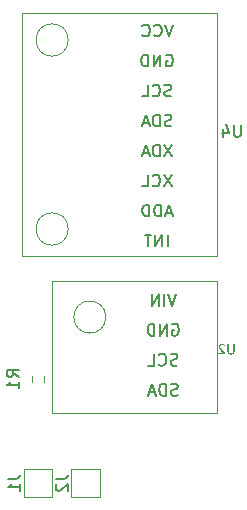
<source format=gbr>
%TF.GenerationSoftware,KiCad,Pcbnew,7.0.1*%
%TF.CreationDate,2023-04-05T12:26:27+02:00*%
%TF.ProjectId,STS,5354532e-6b69-4636-9164-5f7063625858,rev?*%
%TF.SameCoordinates,Original*%
%TF.FileFunction,Legend,Bot*%
%TF.FilePolarity,Positive*%
%FSLAX46Y46*%
G04 Gerber Fmt 4.6, Leading zero omitted, Abs format (unit mm)*
G04 Created by KiCad (PCBNEW 7.0.1) date 2023-04-05 12:26:27*
%MOMM*%
%LPD*%
G01*
G04 APERTURE LIST*
%ADD10C,0.150000*%
%ADD11C,0.120000*%
G04 APERTURE END LIST*
D10*
%TO.C,U2*%
G36*
X139129608Y-97157009D02*
G01*
X139129793Y-97170719D01*
X139130347Y-97184189D01*
X139131270Y-97197418D01*
X139132562Y-97210407D01*
X139134224Y-97223155D01*
X139136254Y-97235663D01*
X139138654Y-97247931D01*
X139141423Y-97259958D01*
X139144562Y-97271744D01*
X139148070Y-97283290D01*
X139150613Y-97290854D01*
X139154680Y-97301918D01*
X139159094Y-97312667D01*
X139163856Y-97323104D01*
X139168966Y-97333227D01*
X139174423Y-97343036D01*
X139180229Y-97352532D01*
X139186382Y-97361715D01*
X139192882Y-97370584D01*
X139199731Y-97379140D01*
X139206927Y-97387383D01*
X139211918Y-97392704D01*
X139219681Y-97400413D01*
X139227766Y-97407788D01*
X139236173Y-97414827D01*
X139244902Y-97421532D01*
X139253953Y-97427902D01*
X139263326Y-97433937D01*
X139273021Y-97439637D01*
X139283039Y-97445002D01*
X139293378Y-97450032D01*
X139304039Y-97454728D01*
X139311325Y-97457672D01*
X139322470Y-97461775D01*
X139333925Y-97465475D01*
X139345689Y-97468770D01*
X139357762Y-97471663D01*
X139370144Y-97474151D01*
X139382835Y-97476237D01*
X139395835Y-97477918D01*
X139409144Y-97479196D01*
X139422763Y-97480071D01*
X139436690Y-97480541D01*
X139446147Y-97480631D01*
X139456549Y-97480546D01*
X139466751Y-97480291D01*
X139476753Y-97479867D01*
X139486554Y-97479272D01*
X139500880Y-97478062D01*
X139514755Y-97476470D01*
X139528180Y-97474496D01*
X139541154Y-97472140D01*
X139553677Y-97469401D01*
X139565749Y-97466281D01*
X139577370Y-97462778D01*
X139588541Y-97458893D01*
X139599297Y-97454613D01*
X139609675Y-97450015D01*
X139619676Y-97445099D01*
X139629299Y-97439865D01*
X139638544Y-97434314D01*
X139647411Y-97428445D01*
X139655900Y-97422258D01*
X139664012Y-97415754D01*
X139671745Y-97408932D01*
X139679101Y-97401792D01*
X139683795Y-97396856D01*
X139690491Y-97389204D01*
X139696838Y-97381268D01*
X139702838Y-97373049D01*
X139708490Y-97364547D01*
X139713795Y-97355761D01*
X139718752Y-97346692D01*
X139723360Y-97337340D01*
X139727622Y-97327704D01*
X139731535Y-97317785D01*
X139735101Y-97307583D01*
X139737284Y-97300624D01*
X139740253Y-97289979D01*
X139742929Y-97279112D01*
X139745313Y-97268021D01*
X139747405Y-97256706D01*
X139749206Y-97245169D01*
X139750714Y-97233408D01*
X139751930Y-97221424D01*
X139752855Y-97209216D01*
X139753487Y-97196786D01*
X139753828Y-97184132D01*
X139753893Y-97175572D01*
X139753893Y-96574002D01*
X139631772Y-96574002D01*
X139631772Y-97166046D01*
X139631684Y-97175824D01*
X139631292Y-97188508D01*
X139630588Y-97200787D01*
X139629571Y-97212661D01*
X139628241Y-97224131D01*
X139626598Y-97235196D01*
X139624642Y-97245857D01*
X139622374Y-97256113D01*
X139621758Y-97258614D01*
X139619059Y-97268308D01*
X139615972Y-97277604D01*
X139611565Y-97288667D01*
X139606551Y-97299109D01*
X139600928Y-97308931D01*
X139594696Y-97318133D01*
X139589273Y-97325048D01*
X139581847Y-97333052D01*
X139573765Y-97340423D01*
X139565027Y-97347163D01*
X139555633Y-97353270D01*
X139545583Y-97358745D01*
X139534877Y-97363588D01*
X139530411Y-97365348D01*
X139521126Y-97368554D01*
X139511345Y-97371332D01*
X139501067Y-97373683D01*
X139490294Y-97375607D01*
X139479024Y-97377103D01*
X139467259Y-97378171D01*
X139454997Y-97378812D01*
X139442239Y-97379026D01*
X139430227Y-97378807D01*
X139418616Y-97378148D01*
X139407406Y-97377051D01*
X139396596Y-97375515D01*
X139386187Y-97373540D01*
X139376179Y-97371126D01*
X139366571Y-97368274D01*
X139357365Y-97364982D01*
X139344306Y-97359222D01*
X139332149Y-97352474D01*
X139320893Y-97344739D01*
X139310539Y-97336016D01*
X139301086Y-97326306D01*
X139298136Y-97322850D01*
X139289843Y-97311916D01*
X139282365Y-97300179D01*
X139275703Y-97287638D01*
X139269857Y-97274295D01*
X139266413Y-97264954D01*
X139263331Y-97255256D01*
X139260612Y-97245201D01*
X139258256Y-97234789D01*
X139256262Y-97224021D01*
X139254630Y-97212895D01*
X139253361Y-97201413D01*
X139252455Y-97189574D01*
X139251911Y-97177378D01*
X139251730Y-97164825D01*
X139251730Y-96574002D01*
X139129608Y-96574002D01*
X139129608Y-97157009D01*
G37*
G36*
X138367571Y-97465000D02*
G01*
X138959127Y-97465000D01*
X138959127Y-97358510D01*
X138726852Y-97128433D01*
X138719792Y-97121470D01*
X138709516Y-97111248D01*
X138699619Y-97101291D01*
X138690099Y-97091601D01*
X138680957Y-97082177D01*
X138672193Y-97073020D01*
X138663807Y-97064128D01*
X138655798Y-97055503D01*
X138648167Y-97047144D01*
X138640915Y-97039051D01*
X138634039Y-97031224D01*
X138627493Y-97023593D01*
X138621225Y-97016086D01*
X138613303Y-97006270D01*
X138605876Y-96996676D01*
X138598946Y-96987303D01*
X138592512Y-96978152D01*
X138586573Y-96969222D01*
X138581131Y-96960513D01*
X138578596Y-96956242D01*
X138572660Y-96945728D01*
X138567367Y-96935405D01*
X138562718Y-96925272D01*
X138558713Y-96915331D01*
X138555353Y-96905580D01*
X138552636Y-96896021D01*
X138551730Y-96892250D01*
X138549406Y-96880813D01*
X138547836Y-96871019D01*
X138546601Y-96860987D01*
X138545699Y-96850716D01*
X138545131Y-96840207D01*
X138544898Y-96829460D01*
X138544891Y-96827281D01*
X138545111Y-96817125D01*
X138545773Y-96807112D01*
X138546877Y-96797242D01*
X138548421Y-96787516D01*
X138550407Y-96777932D01*
X138553372Y-96766620D01*
X138553928Y-96764755D01*
X138557569Y-96753839D01*
X138561896Y-96743437D01*
X138566911Y-96733551D01*
X138572612Y-96724180D01*
X138579001Y-96715325D01*
X138581283Y-96712487D01*
X138588630Y-96704313D01*
X138596750Y-96696825D01*
X138605643Y-96690025D01*
X138615309Y-96683911D01*
X138623954Y-96679341D01*
X138629399Y-96676828D01*
X138638850Y-96673099D01*
X138648886Y-96670001D01*
X138659506Y-96667536D01*
X138670710Y-96665703D01*
X138682499Y-96664502D01*
X138692351Y-96663997D01*
X138699985Y-96663883D01*
X138710609Y-96664113D01*
X138721048Y-96664802D01*
X138731303Y-96665950D01*
X138741373Y-96667558D01*
X138751258Y-96669625D01*
X138760959Y-96672152D01*
X138770475Y-96675138D01*
X138779807Y-96678583D01*
X138788954Y-96682488D01*
X138797916Y-96686852D01*
X138803788Y-96690017D01*
X138812469Y-96695052D01*
X138821016Y-96700358D01*
X138829430Y-96705934D01*
X138837711Y-96711781D01*
X138845859Y-96717899D01*
X138853874Y-96724286D01*
X138861756Y-96730945D01*
X138869505Y-96737873D01*
X138877121Y-96745072D01*
X138884603Y-96752542D01*
X138889518Y-96757672D01*
X138955463Y-96677805D01*
X138945802Y-96667829D01*
X138935871Y-96658236D01*
X138925670Y-96649024D01*
X138915197Y-96640195D01*
X138904455Y-96631748D01*
X138893442Y-96623683D01*
X138882158Y-96616000D01*
X138870604Y-96608699D01*
X138858779Y-96601781D01*
X138846684Y-96595244D01*
X138838471Y-96591099D01*
X138825869Y-96585250D01*
X138812885Y-96579976D01*
X138799520Y-96575278D01*
X138785772Y-96571155D01*
X138771641Y-96567607D01*
X138762009Y-96565561D01*
X138752207Y-96563772D01*
X138742235Y-96562237D01*
X138732093Y-96560959D01*
X138721782Y-96559936D01*
X138711300Y-96559169D01*
X138700649Y-96558658D01*
X138689828Y-96558402D01*
X138684354Y-96558370D01*
X138673228Y-96558527D01*
X138662292Y-96558997D01*
X138651544Y-96559780D01*
X138640985Y-96560877D01*
X138630615Y-96562288D01*
X138620434Y-96564011D01*
X138610442Y-96566049D01*
X138600639Y-96568399D01*
X138591025Y-96571063D01*
X138581600Y-96574041D01*
X138575421Y-96576200D01*
X138563358Y-96580901D01*
X138551714Y-96586092D01*
X138540491Y-96591770D01*
X138529687Y-96597937D01*
X138519303Y-96604593D01*
X138509338Y-96611737D01*
X138499794Y-96619370D01*
X138490669Y-96627491D01*
X138481949Y-96636093D01*
X138473740Y-96645168D01*
X138466042Y-96654716D01*
X138458856Y-96664738D01*
X138452182Y-96675233D01*
X138446018Y-96686201D01*
X138440366Y-96697642D01*
X138435226Y-96709556D01*
X138431734Y-96718779D01*
X138428585Y-96728221D01*
X138425780Y-96737882D01*
X138423319Y-96747761D01*
X138421201Y-96757860D01*
X138419426Y-96768178D01*
X138417995Y-96778714D01*
X138416908Y-96789470D01*
X138416163Y-96800444D01*
X138415763Y-96811637D01*
X138415686Y-96819221D01*
X138415900Y-96831930D01*
X138416541Y-96844409D01*
X138417610Y-96856659D01*
X138419106Y-96868681D01*
X138421029Y-96880473D01*
X138423380Y-96892036D01*
X138426158Y-96903371D01*
X138429364Y-96914476D01*
X138433005Y-96925402D01*
X138437088Y-96936321D01*
X138441614Y-96947231D01*
X138446583Y-96958135D01*
X138451995Y-96969030D01*
X138457849Y-96979918D01*
X138464146Y-96990798D01*
X138470885Y-97001671D01*
X138476233Y-97009850D01*
X138481833Y-97018086D01*
X138487687Y-97026377D01*
X138493794Y-97034724D01*
X138500155Y-97043127D01*
X138506769Y-97051585D01*
X138513636Y-97060099D01*
X138520757Y-97068670D01*
X138528130Y-97077296D01*
X138535758Y-97085978D01*
X138540983Y-97091796D01*
X138549041Y-97100577D01*
X138557369Y-97109516D01*
X138565968Y-97118615D01*
X138574837Y-97127872D01*
X138583977Y-97137288D01*
X138593387Y-97146863D01*
X138603068Y-97156596D01*
X138613019Y-97166489D01*
X138623241Y-97176540D01*
X138633733Y-97186751D01*
X138640878Y-97193646D01*
X138803788Y-97351671D01*
X138367571Y-97351671D01*
X138367571Y-97465000D01*
G37*
X134903475Y-98358000D02*
X134760618Y-98405619D01*
X134760618Y-98405619D02*
X134522523Y-98405619D01*
X134522523Y-98405619D02*
X134427285Y-98358000D01*
X134427285Y-98358000D02*
X134379666Y-98310380D01*
X134379666Y-98310380D02*
X134332047Y-98215142D01*
X134332047Y-98215142D02*
X134332047Y-98119904D01*
X134332047Y-98119904D02*
X134379666Y-98024666D01*
X134379666Y-98024666D02*
X134427285Y-97977047D01*
X134427285Y-97977047D02*
X134522523Y-97929428D01*
X134522523Y-97929428D02*
X134712999Y-97881809D01*
X134712999Y-97881809D02*
X134808237Y-97834190D01*
X134808237Y-97834190D02*
X134855856Y-97786571D01*
X134855856Y-97786571D02*
X134903475Y-97691333D01*
X134903475Y-97691333D02*
X134903475Y-97596095D01*
X134903475Y-97596095D02*
X134855856Y-97500857D01*
X134855856Y-97500857D02*
X134808237Y-97453238D01*
X134808237Y-97453238D02*
X134712999Y-97405619D01*
X134712999Y-97405619D02*
X134474904Y-97405619D01*
X134474904Y-97405619D02*
X134332047Y-97453238D01*
X133332047Y-98310380D02*
X133379666Y-98358000D01*
X133379666Y-98358000D02*
X133522523Y-98405619D01*
X133522523Y-98405619D02*
X133617761Y-98405619D01*
X133617761Y-98405619D02*
X133760618Y-98358000D01*
X133760618Y-98358000D02*
X133855856Y-98262761D01*
X133855856Y-98262761D02*
X133903475Y-98167523D01*
X133903475Y-98167523D02*
X133951094Y-97977047D01*
X133951094Y-97977047D02*
X133951094Y-97834190D01*
X133951094Y-97834190D02*
X133903475Y-97643714D01*
X133903475Y-97643714D02*
X133855856Y-97548476D01*
X133855856Y-97548476D02*
X133760618Y-97453238D01*
X133760618Y-97453238D02*
X133617761Y-97405619D01*
X133617761Y-97405619D02*
X133522523Y-97405619D01*
X133522523Y-97405619D02*
X133379666Y-97453238D01*
X133379666Y-97453238D02*
X133332047Y-97500857D01*
X132427285Y-98405619D02*
X132903475Y-98405619D01*
X132903475Y-98405619D02*
X132903475Y-97405619D01*
X134474904Y-94913238D02*
X134570142Y-94865619D01*
X134570142Y-94865619D02*
X134712999Y-94865619D01*
X134712999Y-94865619D02*
X134855856Y-94913238D01*
X134855856Y-94913238D02*
X134951094Y-95008476D01*
X134951094Y-95008476D02*
X134998713Y-95103714D01*
X134998713Y-95103714D02*
X135046332Y-95294190D01*
X135046332Y-95294190D02*
X135046332Y-95437047D01*
X135046332Y-95437047D02*
X134998713Y-95627523D01*
X134998713Y-95627523D02*
X134951094Y-95722761D01*
X134951094Y-95722761D02*
X134855856Y-95818000D01*
X134855856Y-95818000D02*
X134712999Y-95865619D01*
X134712999Y-95865619D02*
X134617761Y-95865619D01*
X134617761Y-95865619D02*
X134474904Y-95818000D01*
X134474904Y-95818000D02*
X134427285Y-95770380D01*
X134427285Y-95770380D02*
X134427285Y-95437047D01*
X134427285Y-95437047D02*
X134617761Y-95437047D01*
X133998713Y-95865619D02*
X133998713Y-94865619D01*
X133998713Y-94865619D02*
X133427285Y-95865619D01*
X133427285Y-95865619D02*
X133427285Y-94865619D01*
X132951094Y-95865619D02*
X132951094Y-94865619D01*
X132951094Y-94865619D02*
X132712999Y-94865619D01*
X132712999Y-94865619D02*
X132570142Y-94913238D01*
X132570142Y-94913238D02*
X132474904Y-95008476D01*
X132474904Y-95008476D02*
X132427285Y-95103714D01*
X132427285Y-95103714D02*
X132379666Y-95294190D01*
X132379666Y-95294190D02*
X132379666Y-95437047D01*
X132379666Y-95437047D02*
X132427285Y-95627523D01*
X132427285Y-95627523D02*
X132474904Y-95722761D01*
X132474904Y-95722761D02*
X132570142Y-95818000D01*
X132570142Y-95818000D02*
X132712999Y-95865619D01*
X132712999Y-95865619D02*
X132951094Y-95865619D01*
X134927285Y-100898000D02*
X134784428Y-100945619D01*
X134784428Y-100945619D02*
X134546333Y-100945619D01*
X134546333Y-100945619D02*
X134451095Y-100898000D01*
X134451095Y-100898000D02*
X134403476Y-100850380D01*
X134403476Y-100850380D02*
X134355857Y-100755142D01*
X134355857Y-100755142D02*
X134355857Y-100659904D01*
X134355857Y-100659904D02*
X134403476Y-100564666D01*
X134403476Y-100564666D02*
X134451095Y-100517047D01*
X134451095Y-100517047D02*
X134546333Y-100469428D01*
X134546333Y-100469428D02*
X134736809Y-100421809D01*
X134736809Y-100421809D02*
X134832047Y-100374190D01*
X134832047Y-100374190D02*
X134879666Y-100326571D01*
X134879666Y-100326571D02*
X134927285Y-100231333D01*
X134927285Y-100231333D02*
X134927285Y-100136095D01*
X134927285Y-100136095D02*
X134879666Y-100040857D01*
X134879666Y-100040857D02*
X134832047Y-99993238D01*
X134832047Y-99993238D02*
X134736809Y-99945619D01*
X134736809Y-99945619D02*
X134498714Y-99945619D01*
X134498714Y-99945619D02*
X134355857Y-99993238D01*
X133927285Y-100945619D02*
X133927285Y-99945619D01*
X133927285Y-99945619D02*
X133689190Y-99945619D01*
X133689190Y-99945619D02*
X133546333Y-99993238D01*
X133546333Y-99993238D02*
X133451095Y-100088476D01*
X133451095Y-100088476D02*
X133403476Y-100183714D01*
X133403476Y-100183714D02*
X133355857Y-100374190D01*
X133355857Y-100374190D02*
X133355857Y-100517047D01*
X133355857Y-100517047D02*
X133403476Y-100707523D01*
X133403476Y-100707523D02*
X133451095Y-100802761D01*
X133451095Y-100802761D02*
X133546333Y-100898000D01*
X133546333Y-100898000D02*
X133689190Y-100945619D01*
X133689190Y-100945619D02*
X133927285Y-100945619D01*
X132974904Y-100659904D02*
X132498714Y-100659904D01*
X133070142Y-100945619D02*
X132736809Y-99945619D01*
X132736809Y-99945619D02*
X132403476Y-100945619D01*
X134808237Y-92325619D02*
X134474904Y-93325619D01*
X134474904Y-93325619D02*
X134141571Y-92325619D01*
X133808237Y-93325619D02*
X133808237Y-92325619D01*
X133332047Y-93325619D02*
X133332047Y-92325619D01*
X133332047Y-92325619D02*
X132760619Y-93325619D01*
X132760619Y-93325619D02*
X132760619Y-92325619D01*
%TO.C,J2*%
X124604619Y-108016666D02*
X125318904Y-108016666D01*
X125318904Y-108016666D02*
X125461761Y-107969047D01*
X125461761Y-107969047D02*
X125557000Y-107873809D01*
X125557000Y-107873809D02*
X125604619Y-107730952D01*
X125604619Y-107730952D02*
X125604619Y-107635714D01*
X124699857Y-108445238D02*
X124652238Y-108492857D01*
X124652238Y-108492857D02*
X124604619Y-108588095D01*
X124604619Y-108588095D02*
X124604619Y-108826190D01*
X124604619Y-108826190D02*
X124652238Y-108921428D01*
X124652238Y-108921428D02*
X124699857Y-108969047D01*
X124699857Y-108969047D02*
X124795095Y-109016666D01*
X124795095Y-109016666D02*
X124890333Y-109016666D01*
X124890333Y-109016666D02*
X125033190Y-108969047D01*
X125033190Y-108969047D02*
X125604619Y-108397619D01*
X125604619Y-108397619D02*
X125604619Y-109016666D01*
%TO.C,U4*%
X140266904Y-78045619D02*
X140266904Y-78855142D01*
X140266904Y-78855142D02*
X140219285Y-78950380D01*
X140219285Y-78950380D02*
X140171666Y-78998000D01*
X140171666Y-78998000D02*
X140076428Y-79045619D01*
X140076428Y-79045619D02*
X139885952Y-79045619D01*
X139885952Y-79045619D02*
X139790714Y-78998000D01*
X139790714Y-78998000D02*
X139743095Y-78950380D01*
X139743095Y-78950380D02*
X139695476Y-78855142D01*
X139695476Y-78855142D02*
X139695476Y-78045619D01*
X138790714Y-78378952D02*
X138790714Y-79045619D01*
X139028809Y-77998000D02*
X139266904Y-78712285D01*
X139266904Y-78712285D02*
X138647857Y-78712285D01*
X134428094Y-85496904D02*
X133951904Y-85496904D01*
X134523332Y-85782619D02*
X134189999Y-84782619D01*
X134189999Y-84782619D02*
X133856666Y-85782619D01*
X133523332Y-85782619D02*
X133523332Y-84782619D01*
X133523332Y-84782619D02*
X133285237Y-84782619D01*
X133285237Y-84782619D02*
X133142380Y-84830238D01*
X133142380Y-84830238D02*
X133047142Y-84925476D01*
X133047142Y-84925476D02*
X132999523Y-85020714D01*
X132999523Y-85020714D02*
X132951904Y-85211190D01*
X132951904Y-85211190D02*
X132951904Y-85354047D01*
X132951904Y-85354047D02*
X132999523Y-85544523D01*
X132999523Y-85544523D02*
X133047142Y-85639761D01*
X133047142Y-85639761D02*
X133142380Y-85735000D01*
X133142380Y-85735000D02*
X133285237Y-85782619D01*
X133285237Y-85782619D02*
X133523332Y-85782619D01*
X132523332Y-85782619D02*
X132523332Y-84782619D01*
X132523332Y-84782619D02*
X132285237Y-84782619D01*
X132285237Y-84782619D02*
X132142380Y-84830238D01*
X132142380Y-84830238D02*
X132047142Y-84925476D01*
X132047142Y-84925476D02*
X131999523Y-85020714D01*
X131999523Y-85020714D02*
X131951904Y-85211190D01*
X131951904Y-85211190D02*
X131951904Y-85354047D01*
X131951904Y-85354047D02*
X131999523Y-85544523D01*
X131999523Y-85544523D02*
X132047142Y-85639761D01*
X132047142Y-85639761D02*
X132142380Y-85735000D01*
X132142380Y-85735000D02*
X132285237Y-85782619D01*
X132285237Y-85782619D02*
X132523332Y-85782619D01*
X134451904Y-79702619D02*
X133785238Y-80702619D01*
X133785238Y-79702619D02*
X134451904Y-80702619D01*
X133404285Y-80702619D02*
X133404285Y-79702619D01*
X133404285Y-79702619D02*
X133166190Y-79702619D01*
X133166190Y-79702619D02*
X133023333Y-79750238D01*
X133023333Y-79750238D02*
X132928095Y-79845476D01*
X132928095Y-79845476D02*
X132880476Y-79940714D01*
X132880476Y-79940714D02*
X132832857Y-80131190D01*
X132832857Y-80131190D02*
X132832857Y-80274047D01*
X132832857Y-80274047D02*
X132880476Y-80464523D01*
X132880476Y-80464523D02*
X132928095Y-80559761D01*
X132928095Y-80559761D02*
X133023333Y-80655000D01*
X133023333Y-80655000D02*
X133166190Y-80702619D01*
X133166190Y-80702619D02*
X133404285Y-80702619D01*
X132451904Y-80416904D02*
X131975714Y-80416904D01*
X132547142Y-80702619D02*
X132213809Y-79702619D01*
X132213809Y-79702619D02*
X131880476Y-80702619D01*
X134523332Y-69542619D02*
X134189999Y-70542619D01*
X134189999Y-70542619D02*
X133856666Y-69542619D01*
X132951904Y-70447380D02*
X132999523Y-70495000D01*
X132999523Y-70495000D02*
X133142380Y-70542619D01*
X133142380Y-70542619D02*
X133237618Y-70542619D01*
X133237618Y-70542619D02*
X133380475Y-70495000D01*
X133380475Y-70495000D02*
X133475713Y-70399761D01*
X133475713Y-70399761D02*
X133523332Y-70304523D01*
X133523332Y-70304523D02*
X133570951Y-70114047D01*
X133570951Y-70114047D02*
X133570951Y-69971190D01*
X133570951Y-69971190D02*
X133523332Y-69780714D01*
X133523332Y-69780714D02*
X133475713Y-69685476D01*
X133475713Y-69685476D02*
X133380475Y-69590238D01*
X133380475Y-69590238D02*
X133237618Y-69542619D01*
X133237618Y-69542619D02*
X133142380Y-69542619D01*
X133142380Y-69542619D02*
X132999523Y-69590238D01*
X132999523Y-69590238D02*
X132951904Y-69637857D01*
X131951904Y-70447380D02*
X131999523Y-70495000D01*
X131999523Y-70495000D02*
X132142380Y-70542619D01*
X132142380Y-70542619D02*
X132237618Y-70542619D01*
X132237618Y-70542619D02*
X132380475Y-70495000D01*
X132380475Y-70495000D02*
X132475713Y-70399761D01*
X132475713Y-70399761D02*
X132523332Y-70304523D01*
X132523332Y-70304523D02*
X132570951Y-70114047D01*
X132570951Y-70114047D02*
X132570951Y-69971190D01*
X132570951Y-69971190D02*
X132523332Y-69780714D01*
X132523332Y-69780714D02*
X132475713Y-69685476D01*
X132475713Y-69685476D02*
X132380475Y-69590238D01*
X132380475Y-69590238D02*
X132237618Y-69542619D01*
X132237618Y-69542619D02*
X132142380Y-69542619D01*
X132142380Y-69542619D02*
X131999523Y-69590238D01*
X131999523Y-69590238D02*
X131951904Y-69637857D01*
X134094761Y-88322619D02*
X134094761Y-87322619D01*
X133618571Y-88322619D02*
X133618571Y-87322619D01*
X133618571Y-87322619D02*
X133047143Y-88322619D01*
X133047143Y-88322619D02*
X133047143Y-87322619D01*
X132713809Y-87322619D02*
X132142381Y-87322619D01*
X132428095Y-88322619D02*
X132428095Y-87322619D01*
X134380475Y-75575000D02*
X134237618Y-75622619D01*
X134237618Y-75622619D02*
X133999523Y-75622619D01*
X133999523Y-75622619D02*
X133904285Y-75575000D01*
X133904285Y-75575000D02*
X133856666Y-75527380D01*
X133856666Y-75527380D02*
X133809047Y-75432142D01*
X133809047Y-75432142D02*
X133809047Y-75336904D01*
X133809047Y-75336904D02*
X133856666Y-75241666D01*
X133856666Y-75241666D02*
X133904285Y-75194047D01*
X133904285Y-75194047D02*
X133999523Y-75146428D01*
X133999523Y-75146428D02*
X134189999Y-75098809D01*
X134189999Y-75098809D02*
X134285237Y-75051190D01*
X134285237Y-75051190D02*
X134332856Y-75003571D01*
X134332856Y-75003571D02*
X134380475Y-74908333D01*
X134380475Y-74908333D02*
X134380475Y-74813095D01*
X134380475Y-74813095D02*
X134332856Y-74717857D01*
X134332856Y-74717857D02*
X134285237Y-74670238D01*
X134285237Y-74670238D02*
X134189999Y-74622619D01*
X134189999Y-74622619D02*
X133951904Y-74622619D01*
X133951904Y-74622619D02*
X133809047Y-74670238D01*
X132809047Y-75527380D02*
X132856666Y-75575000D01*
X132856666Y-75575000D02*
X132999523Y-75622619D01*
X132999523Y-75622619D02*
X133094761Y-75622619D01*
X133094761Y-75622619D02*
X133237618Y-75575000D01*
X133237618Y-75575000D02*
X133332856Y-75479761D01*
X133332856Y-75479761D02*
X133380475Y-75384523D01*
X133380475Y-75384523D02*
X133428094Y-75194047D01*
X133428094Y-75194047D02*
X133428094Y-75051190D01*
X133428094Y-75051190D02*
X133380475Y-74860714D01*
X133380475Y-74860714D02*
X133332856Y-74765476D01*
X133332856Y-74765476D02*
X133237618Y-74670238D01*
X133237618Y-74670238D02*
X133094761Y-74622619D01*
X133094761Y-74622619D02*
X132999523Y-74622619D01*
X132999523Y-74622619D02*
X132856666Y-74670238D01*
X132856666Y-74670238D02*
X132809047Y-74717857D01*
X131904285Y-75622619D02*
X132380475Y-75622619D01*
X132380475Y-75622619D02*
X132380475Y-74622619D01*
X133951904Y-72130238D02*
X134047142Y-72082619D01*
X134047142Y-72082619D02*
X134189999Y-72082619D01*
X134189999Y-72082619D02*
X134332856Y-72130238D01*
X134332856Y-72130238D02*
X134428094Y-72225476D01*
X134428094Y-72225476D02*
X134475713Y-72320714D01*
X134475713Y-72320714D02*
X134523332Y-72511190D01*
X134523332Y-72511190D02*
X134523332Y-72654047D01*
X134523332Y-72654047D02*
X134475713Y-72844523D01*
X134475713Y-72844523D02*
X134428094Y-72939761D01*
X134428094Y-72939761D02*
X134332856Y-73035000D01*
X134332856Y-73035000D02*
X134189999Y-73082619D01*
X134189999Y-73082619D02*
X134094761Y-73082619D01*
X134094761Y-73082619D02*
X133951904Y-73035000D01*
X133951904Y-73035000D02*
X133904285Y-72987380D01*
X133904285Y-72987380D02*
X133904285Y-72654047D01*
X133904285Y-72654047D02*
X134094761Y-72654047D01*
X133475713Y-73082619D02*
X133475713Y-72082619D01*
X133475713Y-72082619D02*
X132904285Y-73082619D01*
X132904285Y-73082619D02*
X132904285Y-72082619D01*
X132428094Y-73082619D02*
X132428094Y-72082619D01*
X132428094Y-72082619D02*
X132189999Y-72082619D01*
X132189999Y-72082619D02*
X132047142Y-72130238D01*
X132047142Y-72130238D02*
X131951904Y-72225476D01*
X131951904Y-72225476D02*
X131904285Y-72320714D01*
X131904285Y-72320714D02*
X131856666Y-72511190D01*
X131856666Y-72511190D02*
X131856666Y-72654047D01*
X131856666Y-72654047D02*
X131904285Y-72844523D01*
X131904285Y-72844523D02*
X131951904Y-72939761D01*
X131951904Y-72939761D02*
X132047142Y-73035000D01*
X132047142Y-73035000D02*
X132189999Y-73082619D01*
X132189999Y-73082619D02*
X132428094Y-73082619D01*
X134428094Y-82242619D02*
X133761428Y-83242619D01*
X133761428Y-82242619D02*
X134428094Y-83242619D01*
X132809047Y-83147380D02*
X132856666Y-83195000D01*
X132856666Y-83195000D02*
X132999523Y-83242619D01*
X132999523Y-83242619D02*
X133094761Y-83242619D01*
X133094761Y-83242619D02*
X133237618Y-83195000D01*
X133237618Y-83195000D02*
X133332856Y-83099761D01*
X133332856Y-83099761D02*
X133380475Y-83004523D01*
X133380475Y-83004523D02*
X133428094Y-82814047D01*
X133428094Y-82814047D02*
X133428094Y-82671190D01*
X133428094Y-82671190D02*
X133380475Y-82480714D01*
X133380475Y-82480714D02*
X133332856Y-82385476D01*
X133332856Y-82385476D02*
X133237618Y-82290238D01*
X133237618Y-82290238D02*
X133094761Y-82242619D01*
X133094761Y-82242619D02*
X132999523Y-82242619D01*
X132999523Y-82242619D02*
X132856666Y-82290238D01*
X132856666Y-82290238D02*
X132809047Y-82337857D01*
X131904285Y-83242619D02*
X132380475Y-83242619D01*
X132380475Y-83242619D02*
X132380475Y-82242619D01*
X134404285Y-78115000D02*
X134261428Y-78162619D01*
X134261428Y-78162619D02*
X134023333Y-78162619D01*
X134023333Y-78162619D02*
X133928095Y-78115000D01*
X133928095Y-78115000D02*
X133880476Y-78067380D01*
X133880476Y-78067380D02*
X133832857Y-77972142D01*
X133832857Y-77972142D02*
X133832857Y-77876904D01*
X133832857Y-77876904D02*
X133880476Y-77781666D01*
X133880476Y-77781666D02*
X133928095Y-77734047D01*
X133928095Y-77734047D02*
X134023333Y-77686428D01*
X134023333Y-77686428D02*
X134213809Y-77638809D01*
X134213809Y-77638809D02*
X134309047Y-77591190D01*
X134309047Y-77591190D02*
X134356666Y-77543571D01*
X134356666Y-77543571D02*
X134404285Y-77448333D01*
X134404285Y-77448333D02*
X134404285Y-77353095D01*
X134404285Y-77353095D02*
X134356666Y-77257857D01*
X134356666Y-77257857D02*
X134309047Y-77210238D01*
X134309047Y-77210238D02*
X134213809Y-77162619D01*
X134213809Y-77162619D02*
X133975714Y-77162619D01*
X133975714Y-77162619D02*
X133832857Y-77210238D01*
X133404285Y-78162619D02*
X133404285Y-77162619D01*
X133404285Y-77162619D02*
X133166190Y-77162619D01*
X133166190Y-77162619D02*
X133023333Y-77210238D01*
X133023333Y-77210238D02*
X132928095Y-77305476D01*
X132928095Y-77305476D02*
X132880476Y-77400714D01*
X132880476Y-77400714D02*
X132832857Y-77591190D01*
X132832857Y-77591190D02*
X132832857Y-77734047D01*
X132832857Y-77734047D02*
X132880476Y-77924523D01*
X132880476Y-77924523D02*
X132928095Y-78019761D01*
X132928095Y-78019761D02*
X133023333Y-78115000D01*
X133023333Y-78115000D02*
X133166190Y-78162619D01*
X133166190Y-78162619D02*
X133404285Y-78162619D01*
X132451904Y-77876904D02*
X131975714Y-77876904D01*
X132547142Y-78162619D02*
X132213809Y-77162619D01*
X132213809Y-77162619D02*
X131880476Y-78162619D01*
%TO.C,J1*%
X120554619Y-108016666D02*
X121268904Y-108016666D01*
X121268904Y-108016666D02*
X121411761Y-107969047D01*
X121411761Y-107969047D02*
X121507000Y-107873809D01*
X121507000Y-107873809D02*
X121554619Y-107730952D01*
X121554619Y-107730952D02*
X121554619Y-107635714D01*
X121554619Y-109016666D02*
X121554619Y-108445238D01*
X121554619Y-108730952D02*
X120554619Y-108730952D01*
X120554619Y-108730952D02*
X120697476Y-108635714D01*
X120697476Y-108635714D02*
X120792714Y-108540476D01*
X120792714Y-108540476D02*
X120840333Y-108445238D01*
%TO.C,R1*%
X121462619Y-99380833D02*
X120986428Y-99047500D01*
X121462619Y-98809405D02*
X120462619Y-98809405D01*
X120462619Y-98809405D02*
X120462619Y-99190357D01*
X120462619Y-99190357D02*
X120510238Y-99285595D01*
X120510238Y-99285595D02*
X120557857Y-99333214D01*
X120557857Y-99333214D02*
X120653095Y-99380833D01*
X120653095Y-99380833D02*
X120795952Y-99380833D01*
X120795952Y-99380833D02*
X120891190Y-99333214D01*
X120891190Y-99333214D02*
X120938809Y-99285595D01*
X120938809Y-99285595D02*
X120986428Y-99190357D01*
X120986428Y-99190357D02*
X120986428Y-98809405D01*
X121462619Y-100333214D02*
X121462619Y-99761786D01*
X121462619Y-100047500D02*
X120462619Y-100047500D01*
X120462619Y-100047500D02*
X120605476Y-99952262D01*
X120605476Y-99952262D02*
X120700714Y-99857024D01*
X120700714Y-99857024D02*
X120748333Y-99761786D01*
D11*
%TO.C,U2*%
X138285000Y-102388000D02*
X138285000Y-91212000D01*
X138285000Y-91212000D02*
X124315000Y-91212000D01*
X124315000Y-102388000D02*
X138285000Y-102388000D01*
X124315000Y-91212000D02*
X124315000Y-102388000D01*
X128843310Y-94303691D02*
G75*
G03*
X128843310Y-94303691I-1353310J0D01*
G01*
%TO.C,J2*%
X128340000Y-107150000D02*
X125940000Y-107150000D01*
X125940000Y-107150000D02*
X125940000Y-109550000D01*
X128340000Y-109550000D02*
X128340000Y-107150000D01*
X125940000Y-109550000D02*
X128340000Y-109550000D01*
%TO.C,U4*%
X138270000Y-89130000D02*
X138270000Y-68556000D01*
X138270000Y-68556000D02*
X121760000Y-68556000D01*
X121760000Y-89130000D02*
X138270000Y-89130000D01*
X121760000Y-68556000D02*
X121760000Y-89130000D01*
X125667832Y-86844000D02*
G75*
G03*
X125667832Y-86844000I-1367832J0D01*
G01*
X125667832Y-70842000D02*
G75*
G03*
X125667832Y-70842000I-1367832J0D01*
G01*
%TO.C,J1*%
X124290000Y-107150000D02*
X121890000Y-107150000D01*
X121890000Y-107150000D02*
X121890000Y-109550000D01*
X124290000Y-109550000D02*
X124290000Y-107150000D01*
X121890000Y-109550000D02*
X124290000Y-109550000D01*
%TO.C,R1*%
X122607500Y-99802224D02*
X122607500Y-99292776D01*
X123652500Y-99802224D02*
X123652500Y-99292776D01*
%TD*%
M02*

</source>
